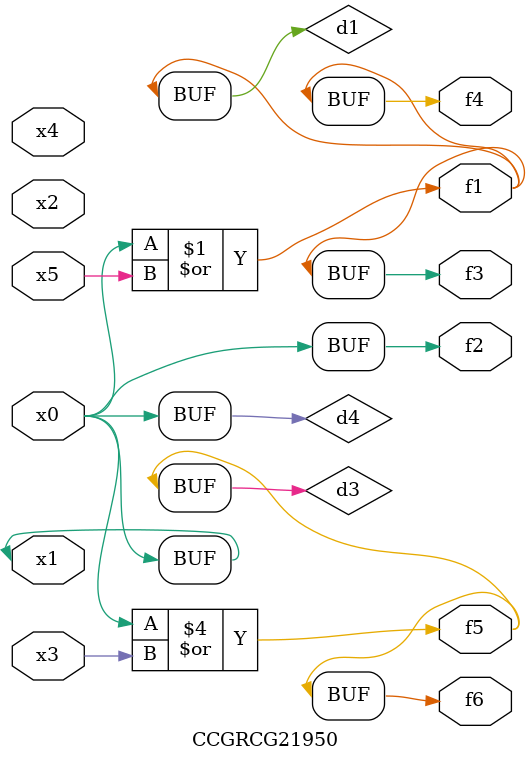
<source format=v>
module CCGRCG21950(
	input x0, x1, x2, x3, x4, x5,
	output f1, f2, f3, f4, f5, f6
);

	wire d1, d2, d3, d4;

	or (d1, x0, x5);
	xnor (d2, x1, x4);
	or (d3, x0, x3);
	buf (d4, x0, x1);
	assign f1 = d1;
	assign f2 = d4;
	assign f3 = d1;
	assign f4 = d1;
	assign f5 = d3;
	assign f6 = d3;
endmodule

</source>
